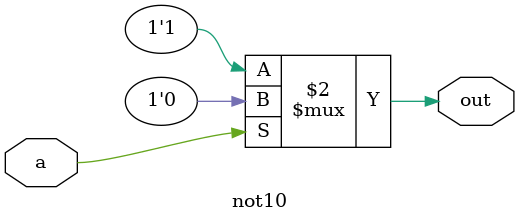
<source format=v>
module not10 (
    input wire a,
    output wire out
);

assign out = (a & a) ? 1'b0 : 1'b1;

endmodule

</source>
